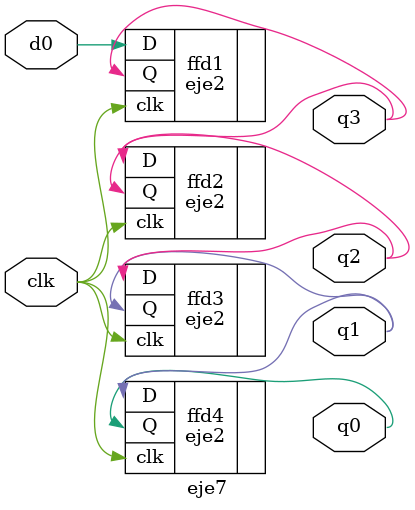
<source format=v>
module eje7(
    input wire d0,
    input wire clk,
    output q3,
    output q2,
    output q1,
    output q0
);
integer d3,d2,d1;
eje2 ffd1(
    .D(d0),
    .Q(q3),
    .clk(clk)
);

eje2 ffd2(
    .D(q3),
    .Q(q2),
    .clk(clk)
);

eje2 ffd3(
    .D(q2),
    .Q(q1),
    .clk(clk)
);

eje2 ffd4(
    .D(q1),
    .Q(q0),
    .clk(clk)
);

endmodule
</source>
